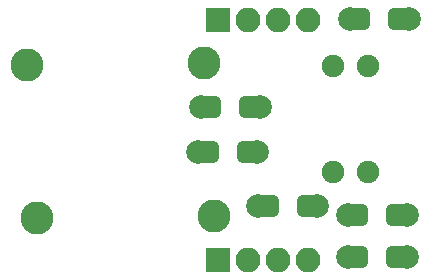
<source format=gbr>
%TF.GenerationSoftware,KiCad,Pcbnew,(6.0.11)*%
%TF.CreationDate,2023-05-29T12:42:38-05:00*%
%TF.ProjectId,LowPassFilter,4c6f7750-6173-4734-9669-6c7465722e6b,rev?*%
%TF.SameCoordinates,Original*%
%TF.FileFunction,Soldermask,Top*%
%TF.FilePolarity,Negative*%
%FSLAX46Y46*%
G04 Gerber Fmt 4.6, Leading zero omitted, Abs format (unit mm)*
G04 Created by KiCad (PCBNEW (6.0.11)) date 2023-05-29 12:42:38*
%MOMM*%
%LPD*%
G01*
G04 APERTURE LIST*
G04 Aperture macros list*
%AMRoundRect*
0 Rectangle with rounded corners*
0 $1 Rounding radius*
0 $2 $3 $4 $5 $6 $7 $8 $9 X,Y pos of 4 corners*
0 Add a 4 corners polygon primitive as box body*
4,1,4,$2,$3,$4,$5,$6,$7,$8,$9,$2,$3,0*
0 Add four circle primitives for the rounded corners*
1,1,$1+$1,$2,$3*
1,1,$1+$1,$4,$5*
1,1,$1+$1,$6,$7*
1,1,$1+$1,$8,$9*
0 Add four rect primitives between the rounded corners*
20,1,$1+$1,$2,$3,$4,$5,0*
20,1,$1+$1,$4,$5,$6,$7,0*
20,1,$1+$1,$6,$7,$8,$9,0*
20,1,$1+$1,$8,$9,$2,$3,0*%
G04 Aperture macros list end*
%ADD10RoundRect,0.581000X0.381000X0.381000X-0.381000X0.381000X-0.381000X-0.381000X0.381000X-0.381000X0*%
%ADD11C,2.000000*%
%ADD12RoundRect,0.581000X-0.381000X-0.381000X0.381000X-0.381000X0.381000X0.381000X-0.381000X0.381000X0*%
%ADD13RoundRect,0.200000X0.850000X-0.850000X0.850000X0.850000X-0.850000X0.850000X-0.850000X-0.850000X0*%
%ADD14O,2.100000X2.100000*%
%ADD15C,2.800000*%
%ADD16C,1.900000*%
G04 APERTURE END LIST*
D10*
%TO.C,C1*%
X147750000Y-107950000D03*
D11*
X148550000Y-107950000D03*
X143550000Y-107950000D03*
D10*
X144350000Y-107950000D03*
%TD*%
%TO.C,C2*%
X140170000Y-107188000D03*
D11*
X140970000Y-107188000D03*
D10*
X136770000Y-107188000D03*
D11*
X135970000Y-107188000D03*
%TD*%
D12*
%TO.C,C3*%
X131904000Y-98806000D03*
D11*
X131104000Y-98806000D03*
X136104000Y-98806000D03*
D12*
X135304000Y-98806000D03*
%TD*%
D10*
%TO.C,C4*%
X135090000Y-102616000D03*
D11*
X135890000Y-102616000D03*
X130890000Y-102616000D03*
D10*
X131690000Y-102616000D03*
%TD*%
D12*
%TO.C,C5*%
X144350000Y-111506000D03*
D11*
X143550000Y-111506000D03*
X148550000Y-111506000D03*
D12*
X147750000Y-111506000D03*
%TD*%
D10*
%TO.C,C6*%
X147900000Y-91330000D03*
D11*
X148700000Y-91330000D03*
D10*
X144500000Y-91330000D03*
D11*
X143700000Y-91330000D03*
%TD*%
D13*
%TO.C,J1*%
X132588000Y-111760000D03*
D14*
X135128000Y-111760000D03*
X137668000Y-111760000D03*
X140208000Y-111760000D03*
%TD*%
D13*
%TO.C,J2*%
X132588000Y-91440000D03*
D14*
X135128000Y-91440000D03*
X137668000Y-91440000D03*
X140208000Y-91440000D03*
%TD*%
D15*
%TO.C,L1*%
X131360000Y-95100000D03*
X116370000Y-95230000D03*
%TD*%
D16*
%TO.C,T1*%
X142264000Y-104322000D03*
X142264000Y-95322000D03*
X145264000Y-104322000D03*
X145264000Y-95322000D03*
%TD*%
D15*
%TO.C,L2*%
X117252000Y-108204000D03*
X132242000Y-108074000D03*
%TD*%
M02*

</source>
